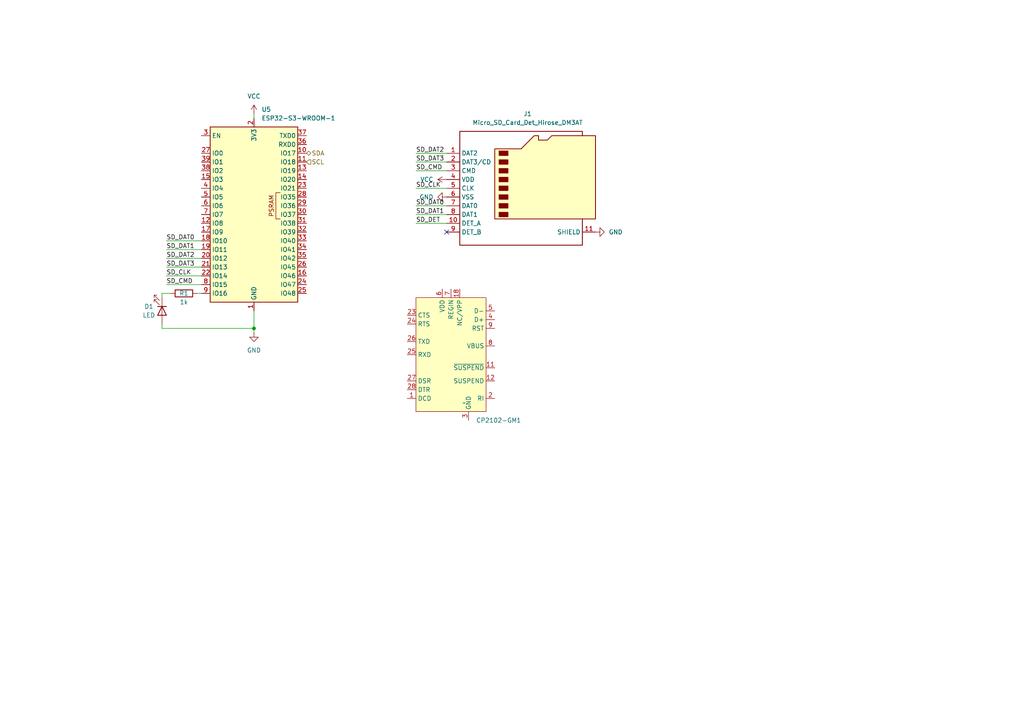
<source format=kicad_sch>
(kicad_sch (version 20230121) (generator eeschema)
  (paper "A4")
  (lib_symbols
    (symbol "CP2102-GM:CP2102-GM"
      (property "Reference" "CP2102-GM" (at -11.43 -3.81 0))
      (symbol "CP2102-GM_1_1"
        (rectangle (start -16.51 30.48) (end 3.81 -2.54) (fill (type background)))
        (pin input line (at -19.05 1.27 0) (length 2.54) (name "DCD") (number "1"))
        (pin output line (at 6.35 10.16 180) (length 2.54) (name "~{SUSPEND}") (number "11"))
        (pin output line (at 6.35 6.35 180) (length 2.54) (name "SUSPEND") (number "12"))
        (pin power_in line (at -3.81 33.02 270) (length 2.54) (name "NC/VPP") (number "18"))
        (pin input line (at 6.35 1.27 180) (length 2.54) (name "RI") (number "2"))
        (pin input line (at -19.05 25.4 0) (length 2.54) (name "CTS") (number "23"))
        (pin output line (at -19.05 22.86 0) (length 2.54) (name "RTS") (number "24"))
        (pin input line (at -19.05 13.97 0) (length 2.54) (name "RXD") (number "25"))
        (pin output line (at -19.05 17.78 0) (length 2.54) (name "TXD") (number "26"))
        (pin input line (at -19.05 6.35 0) (length 2.54) (name "DSR") (number "27"))
        (pin output line (at -19.05 3.81 0) (length 2.54) (name "DTR") (number "28"))
        (pin power_in line (at -1.27 -5.08 90) (length 2.54) (name "GND") (number "3"))
        (pin bidirectional line (at 6.35 24.13 180) (length 2.54) (name "D+") (number "4"))
        (pin bidirectional line (at 6.35 26.67 180) (length 2.54) (name "D-") (number "5"))
        (pin power_in line (at -8.89 33.02 270) (length 2.54) (name "VDD") (number "6"))
        (pin power_in line (at -6.35 33.02 270) (length 2.54) (name "REGIN") (number "7"))
        (pin input line (at 6.35 16.51 180) (length 2.54) (name "VBUS") (number "8"))
        (pin bidirectional line (at 6.35 21.59 180) (length 2.54) (name "RST") (number "9"))
      )
    )
    (symbol "Connector:Micro_SD_Card_Det_Hirose_DM3AT"
      (property "Reference" "J" (at -16.51 17.78 0))
      (property "Value" "Micro_SD_Card_Det_Hirose_DM3AT" (at 16.51 17.78 0))
      (symbol "Micro_SD_Card_Det_Hirose_DM3AT_0_1"
        (rectangle (start -7.62 -6.985) (end -5.08 -8.255) (stroke (width 0.254)) (fill (type outline)))
        (rectangle (start -7.62 -4.445) (end -5.08 -5.715) (stroke (width 0.254)) (fill (type outline)))
        (rectangle (start -7.62 -1.905) (end -5.08 -3.175) (stroke (width 0.254)) (fill (type outline)))
        (rectangle (start -7.62 0.635) (end -5.08 -0.635) (stroke (width 0.254)) (fill (type outline)))
        (rectangle (start -7.62 3.175) (end -5.08 1.905) (stroke (width 0.254)) (fill (type outline)))
        (rectangle (start -7.62 5.715) (end -5.08 4.445) (stroke (width 0.254)) (fill (type outline)))
        (rectangle (start -7.62 8.255) (end -5.08 6.985) (stroke (width 0.254)) (fill (type outline)))
        (rectangle (start -7.62 10.795) (end -5.08 9.525) (stroke (width 0.254)) (fill (type outline)))
        (polyline (pts (xy 16.51 15.24) (xy 16.51 16.51) (xy -19.05 16.51) (xy -19.05 -16.51) (xy 16.51 -16.51) (xy 16.51 -8.89)) (stroke (width 0.254)))
        (polyline (pts (xy -8.89 -8.89) (xy -8.89 11.43) (xy -1.27 11.43) (xy 2.54 15.24) (xy 3.81 15.24) (xy 3.81 13.97) (xy 6.35 13.97) (xy 7.62 15.24) (xy 20.32 15.24) (xy 20.32 -8.89) (xy -8.89 -8.89)) (stroke (width 0.254)) (fill (type background)))
      )
      (symbol "Micro_SD_Card_Det_Hirose_DM3AT_1_1"
        (pin bidirectional line (at -22.86 10.16 0) (length 3.81) (name "DAT2") (number "1"))
        (pin passive line (at -22.86 -10.16 0) (length 3.81) (name "DET_A") (number "10"))
        (pin passive line (at 20.32 -12.7 180) (length 3.81) (name "SHIELD") (number "11"))
        (pin bidirectional line (at -22.86 7.62 0) (length 3.81) (name "DAT3/CD") (number "2"))
        (pin input line (at -22.86 5.08 0) (length 3.81) (name "CMD") (number "3"))
        (pin power_in line (at -22.86 2.54 0) (length 3.81) (name "VDD") (number "4"))
        (pin input line (at -22.86 0 0) (length 3.81) (name "CLK") (number "5"))
        (pin power_in line (at -22.86 -2.54 0) (length 3.81) (name "VSS") (number "6"))
        (pin bidirectional line (at -22.86 -5.08 0) (length 3.81) (name "DAT0") (number "7"))
        (pin bidirectional line (at -22.86 -7.62 0) (length 3.81) (name "DAT1") (number "8"))
        (pin passive line (at -22.86 -12.7 0) (length 3.81) (name "DET_B") (number "9"))
      )
    )
    (symbol "Device:LED" (pin_numbers hide) (pin_names (offset 1.016) hide)
      (property "Reference" "D" (at 0 2.54 0))
      (property "Value" "LED" (at 0 -2.54 0))
      (symbol "LED_0_1"
        (polyline (pts (xy -1.27 -1.27) (xy -1.27 1.27)) (stroke (width 0.254)))
        (polyline (pts (xy -1.27 0) (xy 1.27 0)))
        (polyline (pts (xy 1.27 -1.27) (xy 1.27 1.27) (xy -1.27 0) (xy 1.27 -1.27)) (stroke (width 0.254)))
        (polyline (pts (xy -3.048 -0.762) (xy -4.572 -2.286) (xy -3.81 -2.286) (xy -4.572 -2.286) (xy -4.572 -1.524)))
        (polyline (pts (xy -1.778 -0.762) (xy -3.302 -2.286) (xy -2.54 -2.286) (xy -3.302 -2.286) (xy -3.302 -1.524)))
      )
      (symbol "LED_1_1"
        (pin passive line (at -3.81 0 0) (length 2.54) (name "K") (number "1"))
        (pin passive line (at 3.81 0 180) (length 2.54) (name "A") (number "2"))
      )
    )
    (symbol "Device:R" (pin_numbers hide) (pin_names (offset 0))
      (property "Reference" "R" (at 2.032 0 90))
      (property "Value" "R" (at 0 0 90))
      (symbol "R_0_1"
        (rectangle (start -1.016 -2.54) (end 1.016 2.54) (stroke (width 0.254)))
      )
      (symbol "R_1_1"
        (pin passive line (at 0 3.81 270) (length 1.27) (name "~") (number "1"))
        (pin passive line (at 0 -3.81 90) (length 1.27) (name "~") (number "2"))
      )
    )
    (symbol "RF_Module:ESP32-S3-WROOM-1"
      (property "Reference" "U" (at -12.7 26.67 0))
      (property "Value" "ESP32-S3-WROOM-1" (at 12.7 26.67 0))
      (symbol "ESP32-S3-WROOM-1_0_0"
        (rectangle (start -12.7 25.4) (end 12.7 -25.4) (stroke (width 0.254)) (fill (type background)))
        (text "PSRAM" (at 5.08 2.54 900) (effects (font (size 1.27 1.27))))
      )
      (symbol "ESP32-S3-WROOM-1_0_1"
        (polyline (pts (xy 7.62 -1.27) (xy 6.35 -1.27) (xy 6.35 6.35) (xy 7.62 6.35)))
      )
      (symbol "ESP32-S3-WROOM-1_1_1"
        (pin power_in line (at 0 -27.94 90) (length 2.54) (name "GND") (number "1"))
        (pin bidirectional line (at 15.24 17.78 180) (length 2.54) (name "IO17") (number "10"))
        (pin bidirectional line (at 15.24 15.24 180) (length 2.54) (name "IO18") (number "11"))
        (pin bidirectional line (at -15.24 -2.54 0) (length 2.54) (name "IO8") (number "12"))
        (pin bidirectional line (at 15.24 12.7 180) (length 2.54) (name "IO19") (number "13"))
        (pin bidirectional line (at 15.24 10.16 180) (length 2.54) (name "IO20") (number "14"))
        (pin bidirectional line (at -15.24 10.16 0) (length 2.54) (name "IO3") (number "15"))
        (pin bidirectional line (at 15.24 -17.78 180) (length 2.54) (name "IO46") (number "16"))
        (pin bidirectional line (at -15.24 -5.08 0) (length 2.54) (name "IO9") (number "17"))
        (pin bidirectional line (at -15.24 -7.62 0) (length 2.54) (name "IO10") (number "18"))
        (pin bidirectional line (at -15.24 -10.16 0) (length 2.54) (name "IO11") (number "19"))
        (pin power_in line (at 0 27.94 270) (length 2.54) (name "3V3") (number "2"))
        (pin bidirectional line (at -15.24 -12.7 0) (length 2.54) (name "IO12") (number "20"))
        (pin bidirectional line (at -15.24 -15.24 0) (length 2.54) (name "IO13") (number "21"))
        (pin bidirectional line (at -15.24 -17.78 0) (length 2.54) (name "IO14") (number "22"))
        (pin bidirectional line (at 15.24 7.62 180) (length 2.54) (name "IO21") (number "23"))
        (pin bidirectional line (at 15.24 -20.32 180) (length 2.54) (name "IO47") (number "24"))
        (pin bidirectional line (at 15.24 -22.86 180) (length 2.54) (name "IO48") (number "25"))
        (pin bidirectional line (at 15.24 -15.24 180) (length 2.54) (name "IO45") (number "26"))
        (pin bidirectional line (at -15.24 17.78 0) (length 2.54) (name "IO0") (number "27"))
        (pin bidirectional line (at 15.24 5.08 180) (length 2.54) (name "IO35") (number "28"))
        (pin bidirectional line (at 15.24 2.54 180) (length 2.54) (name "IO36") (number "29"))
        (pin input line (at -15.24 22.86 0) (length 2.54) (name "EN") (number "3"))
        (pin bidirectional line (at 15.24 0 180) (length 2.54) (name "IO37") (number "30"))
        (pin bidirectional line (at 15.24 -2.54 180) (length 2.54) (name "IO38") (number "31"))
        (pin bidirectional line (at 15.24 -5.08 180) (length 2.54) (name "IO39") (number "32"))
        (pin bidirectional line (at 15.24 -7.62 180) (length 2.54) (name "IO40") (number "33"))
        (pin bidirectional line (at 15.24 -10.16 180) (length 2.54) (name "IO41") (number "34"))
        (pin bidirectional line (at 15.24 -12.7 180) (length 2.54) (name "IO42") (number "35"))
        (pin bidirectional line (at 15.24 20.32 180) (length 2.54) (name "RXD0") (number "36"))
        (pin bidirectional line (at 15.24 22.86 180) (length 2.54) (name "TXD0") (number "37"))
        (pin bidirectional line (at -15.24 12.7 0) (length 2.54) (name "IO2") (number "38"))
        (pin bidirectional line (at -15.24 15.24 0) (length 2.54) (name "IO1") (number "39"))
        (pin bidirectional line (at -15.24 7.62 0) (length 2.54) (name "IO4") (number "4"))
        (pin passive line (at 0 -27.94 90) (length 2.54) hide (name "GND") (number "40"))
        (pin passive line (at 0 -27.94 90) (length 2.54) hide (name "GND") (number "41"))
        (pin bidirectional line (at -15.24 5.08 0) (length 2.54) (name "IO5") (number "5"))
        (pin bidirectional line (at -15.24 2.54 0) (length 2.54) (name "IO6") (number "6"))
        (pin bidirectional line (at -15.24 0 0) (length 2.54) (name "IO7") (number "7"))
        (pin bidirectional line (at -15.24 -20.32 0) (length 2.54) (name "IO15") (number "8"))
        (pin bidirectional line (at -15.24 -22.86 0) (length 2.54) (name "IO16") (number "9"))
      )
    )
    (symbol "power:GND" (power) (pin_names (offset 0))
      (property "Value" "GND" (at 0 -3.81 0))
      (symbol "GND_0_1"
        (polyline (pts (xy 0 0) (xy 0 -1.27) (xy 1.27 -1.27) (xy 0 -2.54) (xy -1.27 -1.27) (xy 0 -1.27)))
      )
      (symbol "GND_1_1"
        (pin power_in line (at 0 0 270) (length 0) hide (name "GND") (number "1"))
      )
    )
    (symbol "power:VCC" (power) (pin_names (offset 0))
      (property "Value" "VCC" (at 0 3.81 0))
      (symbol "VCC_0_1"
        (polyline (pts (xy -0.762 1.27) (xy 0 2.54)))
        (polyline (pts (xy 0 0) (xy 0 2.54)))
        (polyline (pts (xy 0 2.54) (xy 0.762 1.27)))
      )
      (symbol "VCC_1_1"
        (pin power_in line (at 0 0 90) (length 0) hide (name "VCC") (number "1"))
      )
    )
  )
  (junction (at 73.66 95.25))
  (no_connect (at 129.54 67.31))
  (wire (pts (xy 73.66 33.02) (xy 73.66 34.29)))
  (wire (pts (xy 73.66 90.17) (xy 73.66 95.25)))
  (wire (pts (xy 120.65 44.45) (xy 129.54 44.45)))
  (wire (pts (xy 120.65 59.69) (xy 129.54 59.69)))
  (wire (pts (xy 48.26 74.93) (xy 58.42 74.93)))
  (wire (pts (xy 48.26 72.39) (xy 58.42 72.39)))
  (wire (pts (xy 120.65 46.99) (xy 129.54 46.99)))
  (wire (pts (xy 48.26 77.47) (xy 58.42 77.47)))
  (wire (pts (xy 120.65 62.23) (xy 129.54 62.23)))
  (wire (pts (xy 57.15 85.09) (xy 58.42 85.09)))
  (wire (pts (xy 46.99 85.09) (xy 49.53 85.09)))
  (wire (pts (xy 48.26 69.85) (xy 58.42 69.85)))
  (wire (pts (xy 46.99 95.25) (xy 73.66 95.25)))
  (wire (pts (xy 48.26 80.01) (xy 58.42 80.01)))
  (wire (pts (xy 73.66 95.25) (xy 73.66 96.52)))
  (wire (pts (xy 48.26 82.55) (xy 58.42 82.55)))
  (wire (pts (xy 120.65 54.61) (xy 129.54 54.61)))
  (wire (pts (xy 120.65 64.77) (xy 129.54 64.77)))
  (wire (pts (xy 46.99 86.36) (xy 46.99 85.09)))
  (wire (pts (xy 120.65 49.53) (xy 129.54 49.53)))
  (wire (pts (xy 46.99 93.98) (xy 46.99 95.25)))
  (label "SD_DAT1" (at 48.26 72.39 0))
  (label "SD_DAT0" (at 48.26 69.85 0))
  (label "SD_DAT2" (at 120.65 44.45 0))
  (label "SD_CLK" (at 120.65 54.61 0))
  (label "SD_CMD" (at 48.26 82.55 0))
  (label "SD_DAT1" (at 120.65 62.23 0))
  (label "SD_CLK" (at 48.26 80.01 0))
  (label "SD_CMD" (at 120.65 49.53 0))
  (label "SD_DAT0" (at 120.65 59.69 0))
  (label "SD_DAT3" (at 120.65 46.99 0))
  (label "SD_DET" (at 120.65 64.77 0))
  (label "SD_DAT2" (at 48.26 74.93 0))
  (label "SD_DAT3" (at 48.26 77.47 0))
  (hierarchical_label "SCL" (shape input) (at 88.9 46.99 0))
  (hierarchical_label "SDA" (shape bidirectional) (at 88.9 44.45 0))
  (symbol (lib_id "power:GND") (at 73.66 96.52 0) (unit 1)
    (property "Reference" "#PWR02" (effects hide))
    (property "Value" "GND" (at 73.66 101.6 0))
  )
  (symbol (lib_id "power:GND") (at 172.72 67.31 90) (unit 1)
    (property "Reference" "#PWR05" (effects hide))
    (property "Value" "GND" (at 176.53 67.31 90) (effects (justify right)))
  )
  (symbol (lib_id "power:VCC") (at 129.54 52.07 90) (unit 1)
    (property "Reference" "#PWR03" (effects hide))
    (property "Value" "VCC" (at 125.73 52.07 90) (effects (justify left)))
  )
  (symbol (lib_id "CP2102-GM:CP2102-GM") (at 137.16 116.84 0) (unit 1)
    (property "Reference" "CP2102-GM1" (at 138.0841 121.92 0) (effects (justify left)))
    (property "Value" "~" (at 134.62 116.84 0))
    (property "Footprint" "Package_DFN_QFN:QFN-28-1EP_5x5mm_P0.5mm_EP3.1x3.1mm" (effects hide))
  )
  (symbol (lib_id "Connector:Micro_SD_Card_Det_Hirose_DM3AT") (at 152.4 54.61 0) (unit 1)
    (property "Reference" "J1" (at 153.035 33.02 0))
    (property "Value" "Micro_SD_Card_Det_Hirose_DM3AT" (at 153.035 35.56 0))
    (property "Footprint" "Connector_Card:microSD_HC_Molex_104031-0811" (effects hide))
    (property "Datasheet" "https://www.hirose.com/product/en/download_file/key_name/DM3/category/Catalog/doc_file_id/49662/?file_category_id=4&item_id=195&is_series=1" (effects hide))
  )
  (symbol (lib_id "power:GND") (at 129.54 57.15 270) (unit 1)
    (property "Reference" "#PWR04" (effects hide))
    (property "Value" "GND" (at 125.73 57.15 90) (effects (justify right)))
  )
  (symbol (lib_id "Device:R") (at 53.34 85.09 90) (unit 1)
    (property "Reference" "R1" (at 53.34 85.09 90))
    (property "Value" "1k" (at 53.34 87.63 90))
    (property "Footprint" "Resistor_SMD:R_0201_0603Metric" (effects hide))
  )
  (symbol (lib_id "power:VCC") (at 73.66 33.02 0) (unit 1)
    (property "Reference" "#PWR01" (effects hide))
    (property "Value" "VCC" (at 73.66 27.94 0))
  )
  (symbol (lib_id "Device:LED") (at 46.99 90.17 270) (unit 1)
    (property "Reference" "D1" (at 43.18 88.9 90))
    (property "Value" "LED" (at 43.18 91.44 90))
    (property "Footprint" "LED_SMD:LED_0603_1608Metric" (effects hide))
  )
  (symbol (lib_id "RF_Module:ESP32-S3-WROOM-1") (at 73.66 62.23 0) (unit 1)
    (property "Reference" "U5" (at 75.8541 31.75 0) (effects (justify left)))
    (property "Value" "ESP32-S3-WROOM-1" (at 75.8541 34.29 0) (effects (justify left)))
    (property "Footprint" "RF_Module:ESP32-S3-WROOM-1" (effects hide))
    (property "Datasheet" "https://www.espressif.com/sites/default/files/documentation/esp32-s3-wroom-1_wroom-1u_datasheet_en.pdf" (effects hide))
  )
)
</source>
